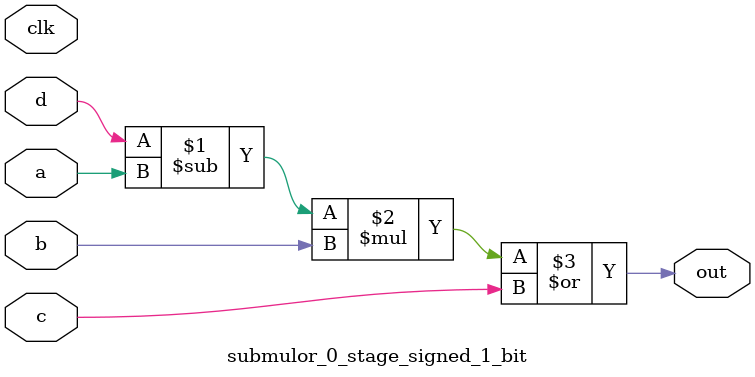
<source format=sv>
(* use_dsp = "yes" *) module submulor_0_stage_signed_1_bit(
	input signed [0:0] a,
	input signed [0:0] b,
	input signed [0:0] c,
	input signed [0:0] d,
	output [0:0] out,
	input clk);

	assign out = ((d - a) * b) | c;
endmodule

</source>
